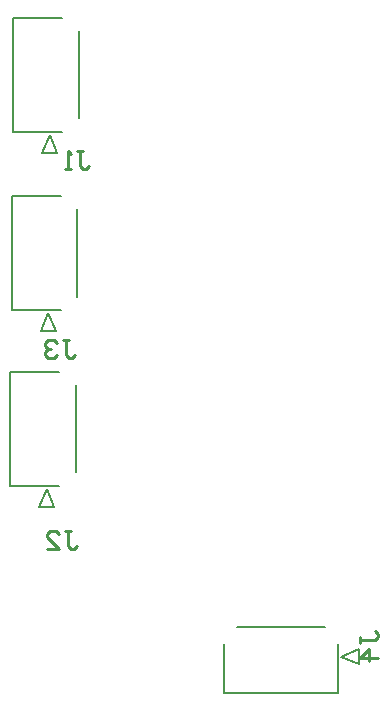
<source format=gbr>
%TF.GenerationSoftware,Altium Limited,Altium Designer,22.9.1 (49)*%
G04 Layer_Color=32896*
%FSLAX23Y23*%
%MOIN*%
%TF.SameCoordinates,7E49B892-F471-4493-957F-970E4ADD815D*%
%TF.FilePolarity,Positive*%
%TF.FileFunction,Legend,Bot*%
%TF.Part,Single*%
G01*
G75*
%TA.AperFunction,NonConductor*%
%ADD42C,0.006*%
%ADD43C,0.010*%
D42*
X1178Y2431D02*
Y2811D01*
Y2431D02*
X1342D01*
X1397Y2475D02*
Y2766D01*
X1178Y2811D02*
X1342D01*
X1300Y2421D02*
X1325Y2361D01*
X1275D02*
X1325D01*
X1275D02*
X1300Y2421D01*
X1886Y1153D02*
X2266D01*
Y1317D01*
X1930Y1372D02*
X2221D01*
X1886Y1153D02*
Y1317D01*
X2276Y1275D02*
X2336Y1300D01*
Y1250D02*
Y1300D01*
X2276Y1275D02*
X2336Y1250D01*
X1183Y3024D02*
Y3404D01*
Y3024D02*
X1347D01*
X1402Y3069D02*
Y3360D01*
X1183Y3404D02*
X1347D01*
X1305Y3014D02*
X1330Y2954D01*
X1280D02*
X1330D01*
X1280D02*
X1305Y3014D01*
X1173Y1844D02*
Y2224D01*
Y1844D02*
X1337D01*
X1392Y1889D02*
Y2180D01*
X1173Y2224D02*
X1337D01*
X1295Y1834D02*
X1320Y1774D01*
X1270D02*
X1320D01*
X1270D02*
X1295Y1834D01*
D43*
X2340Y1320D02*
Y1340D01*
Y1330D01*
X2390D01*
X2400Y1340D01*
Y1350D01*
X2390Y1360D01*
X2400Y1270D02*
X2340D01*
X2370Y1300D01*
Y1260D01*
X1355Y1695D02*
X1375D01*
X1365D01*
Y1645D01*
X1375Y1635D01*
X1385D01*
X1395Y1645D01*
X1295Y1635D02*
X1335D01*
X1295Y1675D01*
Y1685D01*
X1305Y1695D01*
X1325D01*
X1335Y1685D01*
X1350Y2330D02*
X1370D01*
X1360D01*
Y2280D01*
X1370Y2270D01*
X1380D01*
X1390Y2280D01*
X1330Y2320D02*
X1320Y2330D01*
X1300D01*
X1290Y2320D01*
Y2310D01*
X1300Y2300D01*
X1310D01*
X1300D01*
X1290Y2290D01*
Y2280D01*
X1300Y2270D01*
X1320D01*
X1330Y2280D01*
X1395Y2960D02*
X1415D01*
X1405D01*
Y2910D01*
X1415Y2900D01*
X1425D01*
X1435Y2910D01*
X1375Y2900D02*
X1355D01*
X1365D01*
Y2960D01*
X1375Y2950D01*
%TF.MD5,be7aee33438fb6dd35d77e0cf789c836*%
M02*

</source>
